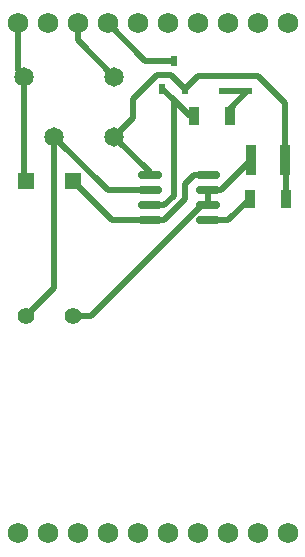
<source format=gbr>
%TF.GenerationSoftware,KiCad,Pcbnew,8.0.8*%
%TF.CreationDate,2025-03-19T16:23:09-04:00*%
%TF.ProjectId,RTDS Control Module V3.0,52544453-2043-46f6-9e74-726f6c204d6f,rev?*%
%TF.SameCoordinates,Original*%
%TF.FileFunction,Copper,L1,Top*%
%TF.FilePolarity,Positive*%
%FSLAX46Y46*%
G04 Gerber Fmt 4.6, Leading zero omitted, Abs format (unit mm)*
G04 Created by KiCad (PCBNEW 8.0.8) date 2025-03-19 16:23:09*
%MOMM*%
%LPD*%
G01*
G04 APERTURE LIST*
G04 Aperture macros list*
%AMRoundRect*
0 Rectangle with rounded corners*
0 $1 Rounding radius*
0 $2 $3 $4 $5 $6 $7 $8 $9 X,Y pos of 4 corners*
0 Add a 4 corners polygon primitive as box body*
4,1,4,$2,$3,$4,$5,$6,$7,$8,$9,$2,$3,0*
0 Add four circle primitives for the rounded corners*
1,1,$1+$1,$2,$3*
1,1,$1+$1,$4,$5*
1,1,$1+$1,$6,$7*
1,1,$1+$1,$8,$9*
0 Add four rect primitives between the rounded corners*
20,1,$1+$1,$2,$3,$4,$5,0*
20,1,$1+$1,$4,$5,$6,$7,0*
20,1,$1+$1,$6,$7,$8,$9,0*
20,1,$1+$1,$8,$9,$2,$3,0*%
G04 Aperture macros list end*
%TA.AperFunction,SMDPad,CuDef*%
%ADD10R,0.889000X0.609600*%
%TD*%
%TA.AperFunction,SMDPad,CuDef*%
%ADD11R,0.558800X0.863600*%
%TD*%
%TA.AperFunction,SMDPad,CuDef*%
%ADD12R,0.863600X1.600200*%
%TD*%
%TA.AperFunction,ComponentPad*%
%ADD13R,1.397000X1.397000*%
%TD*%
%TA.AperFunction,ComponentPad*%
%ADD14C,1.397000*%
%TD*%
%TA.AperFunction,ComponentPad*%
%ADD15C,1.650000*%
%TD*%
%TA.AperFunction,ComponentPad*%
%ADD16C,1.750000*%
%TD*%
%TA.AperFunction,SMDPad,CuDef*%
%ADD17R,0.955600X2.500000*%
%TD*%
%TA.AperFunction,SMDPad,CuDef*%
%ADD18RoundRect,0.150000X-0.825000X-0.150000X0.825000X-0.150000X0.825000X0.150000X-0.825000X0.150000X0*%
%TD*%
%TA.AperFunction,SMDPad,CuDef*%
%ADD19R,0.855600X1.600000*%
%TD*%
%TA.AperFunction,Conductor*%
%ADD20C,0.500000*%
%TD*%
G04 APERTURE END LIST*
D10*
%TO.P,R4,1*%
%TO.N,Net-(D1-K)*%
X68250000Y-31147700D03*
%TO.P,R4,2*%
%TO.N,Net-(U1-GND)*%
X68250000Y-29852300D03*
%TD*%
D11*
%TO.P,U2,1,G*%
%TO.N,Net-(D1-A)*%
X63047500Y-30943800D03*
%TO.P,U2,2,S*%
%TO.N,Net-(U1-GND)*%
X64952500Y-30943800D03*
%TO.P,U2,3,D*%
%TO.N,Net-(U2-D)*%
X64000000Y-28556200D03*
%TD*%
D12*
%TO.P,D1,1,K*%
%TO.N,Net-(D1-K)*%
X68774000Y-33250000D03*
%TO.P,D1,2,A*%
%TO.N,Net-(D1-A)*%
X65726000Y-33250000D03*
%TD*%
D13*
%TO.P,R2,1*%
%TO.N,Net-(U1-R)*%
X55500000Y-38750000D03*
D14*
%TO.P,R2,2*%
%TO.N,Net-(U1-DIS)*%
X55500000Y-50180000D03*
%TD*%
D15*
%TO.P,K1,2*%
%TO.N,Net-(U1-TR)*%
X53890000Y-34980000D03*
%TO.P,K1,4*%
%TO.N,Net-(U1-GND)*%
X58970000Y-34980000D03*
%TO.P,K1,5*%
%TO.N,Net-(J1-Pad3)*%
X58970000Y-29900000D03*
%TO.P,K1,8*%
%TO.N,Net-(U1-R)*%
X51350000Y-29900000D03*
%TD*%
D16*
%TO.P,J2,1,1*%
%TO.N,N/C*%
X50800000Y-68580000D03*
%TO.P,J2,2,2*%
X53340000Y-68580000D03*
%TO.P,J2,3,3*%
X55880000Y-68580000D03*
%TO.P,J2,4,4*%
X58420000Y-68580000D03*
%TO.P,J2,5,5*%
X60960000Y-68580000D03*
%TO.P,J2,6,6*%
X63500000Y-68580000D03*
%TO.P,J2,7,7*%
X66040000Y-68580000D03*
%TO.P,J2,8,8*%
X68580000Y-68580000D03*
%TO.P,J2,9,9*%
X71120000Y-68580000D03*
%TO.P,J2,10,10*%
X73660000Y-68580000D03*
%TD*%
D17*
%TO.P,C1,1*%
%TO.N,Net-(U1-DIS)*%
X70522199Y-37000000D03*
%TO.P,C1,2*%
%TO.N,Net-(U1-GND)*%
X73477801Y-37000000D03*
%TD*%
D13*
%TO.P,R1,1*%
%TO.N,Net-(U1-R)*%
X51500000Y-38785000D03*
D14*
%TO.P,R1,2*%
%TO.N,Net-(U1-TR)*%
X51500000Y-50215000D03*
%TD*%
D18*
%TO.P,U1,1,GND*%
%TO.N,Net-(U1-GND)*%
X62000000Y-38250000D03*
%TO.P,U1,2,TR*%
%TO.N,Net-(U1-TR)*%
X62000000Y-39520000D03*
%TO.P,U1,3,Q*%
%TO.N,Net-(D1-A)*%
X62000000Y-40790000D03*
%TO.P,U1,4,R*%
%TO.N,Net-(U1-R)*%
X62000000Y-42060000D03*
%TO.P,U1,5,CV*%
%TO.N,Net-(U1-CV)*%
X66950000Y-42060000D03*
%TO.P,U1,6,THR*%
%TO.N,Net-(U1-DIS)*%
X66950000Y-40790000D03*
%TO.P,U1,7,DIS*%
X66950000Y-39520000D03*
%TO.P,U1,8,VCC*%
%TO.N,Net-(U1-R)*%
X66950000Y-38250000D03*
%TD*%
D19*
%TO.P,C2,1*%
%TO.N,Net-(U1-CV)*%
X70444398Y-40250000D03*
%TO.P,C2,2*%
%TO.N,Net-(U1-GND)*%
X73500000Y-40250000D03*
%TD*%
D10*
%TO.P,R3,1*%
%TO.N,Net-(D1-K)*%
X70250000Y-31147700D03*
%TO.P,R3,2*%
%TO.N,Net-(U1-GND)*%
X70250000Y-29852300D03*
%TD*%
D16*
%TO.P,J1,1,1*%
%TO.N,Net-(U1-R)*%
X50800000Y-25400000D03*
%TO.P,J1,2,2*%
%TO.N,Net-(U1-GND)*%
X53340000Y-25400000D03*
%TO.P,J1,3,3*%
%TO.N,Net-(J1-Pad3)*%
X55880000Y-25400000D03*
%TO.P,J1,4,4*%
%TO.N,Net-(U2-D)*%
X58420000Y-25400000D03*
%TO.P,J1,5,5*%
%TO.N,unconnected-(J1-Pad5)*%
X60960000Y-25400000D03*
%TO.P,J1,6,6*%
%TO.N,unconnected-(J1-Pad6)*%
X63500000Y-25400000D03*
%TO.P,J1,7,7*%
%TO.N,unconnected-(J1-Pad7)*%
X66040000Y-25400000D03*
%TO.P,J1,8,8*%
%TO.N,unconnected-(J1-Pad8)*%
X68580000Y-25400000D03*
%TO.P,J1,9,9*%
%TO.N,unconnected-(J1-Pad9)*%
X71120000Y-25400000D03*
%TO.P,J1,10,10*%
%TO.N,unconnected-(J1-Pad10)*%
X73660000Y-25400000D03*
%TD*%
D20*
%TO.N,Net-(U1-TR)*%
X51500000Y-50215000D02*
X53890000Y-47825000D01*
X62000000Y-39520000D02*
X58430000Y-39520000D01*
X53890000Y-47825000D02*
X53890000Y-34980000D01*
X58430000Y-39520000D02*
X53890000Y-34980000D01*
%TO.N,Net-(U1-GND)*%
X64952500Y-30943800D02*
X66044000Y-29852300D01*
X73500000Y-40250000D02*
X73500000Y-37022199D01*
X66044000Y-29852300D02*
X68250000Y-29852300D01*
X73477801Y-32135601D02*
X71194500Y-29852300D01*
X62000000Y-38250000D02*
X62000000Y-38010000D01*
X73500000Y-37022199D02*
X73477801Y-37000000D01*
X63758700Y-29750000D02*
X62630100Y-29750000D01*
X58970000Y-34980000D02*
X60539900Y-33410100D01*
X62630100Y-29750000D02*
X60539900Y-31840200D01*
X62000000Y-38010000D02*
X58970000Y-34980000D01*
X73477801Y-37000000D02*
X73477801Y-32135601D01*
X64952500Y-30943800D02*
X63758700Y-29750000D01*
X71194500Y-29852300D02*
X70250000Y-29852300D01*
X60539900Y-31840200D02*
X60539900Y-33410100D01*
X70250000Y-29852300D02*
X68250000Y-29852300D01*
%TO.N,Net-(U1-DIS)*%
X57002316Y-50180000D02*
X66392316Y-40790000D01*
X66950000Y-40790000D02*
X66950000Y-39520000D01*
X55500000Y-50180000D02*
X57002316Y-50180000D01*
X66392316Y-40790000D02*
X66950000Y-40790000D01*
X68002199Y-39520000D02*
X70522199Y-37000000D01*
X66950000Y-39520000D02*
X68002199Y-39520000D01*
%TO.N,Net-(D1-K)*%
X70250000Y-31147700D02*
X68250000Y-31147700D01*
X68774000Y-32623700D02*
X70250000Y-31147700D01*
X68774000Y-33250000D02*
X68774000Y-32623700D01*
%TO.N,Net-(D1-A)*%
X65726000Y-33250000D02*
X65353700Y-33250000D01*
X64000000Y-40000000D02*
X63210000Y-40790000D01*
X63210000Y-40790000D02*
X62000000Y-40790000D01*
X64000000Y-31896300D02*
X63047500Y-30943800D01*
X65353700Y-33250000D02*
X64000000Y-31896300D01*
X64000000Y-40000000D02*
X64000000Y-31896300D01*
%TO.N,Net-(J1-Pad3)*%
X55880000Y-25400000D02*
X55880000Y-26810000D01*
X55880000Y-26810000D02*
X58970000Y-29900000D01*
%TO.N,Net-(U2-D)*%
X58420000Y-25400000D02*
X61576200Y-28556200D01*
X61576200Y-28556200D02*
X64000000Y-28556200D01*
%TO.N,Net-(U1-CV)*%
X66950000Y-42060000D02*
X68634398Y-42060000D01*
X68634398Y-42060000D02*
X70444398Y-40250000D01*
%TO.N,Net-(U1-R)*%
X51350000Y-29900000D02*
X51350000Y-38635000D01*
X63190000Y-42060000D02*
X65000000Y-40250000D01*
X50800000Y-29350000D02*
X51350000Y-29900000D01*
X51535000Y-38750000D02*
X51500000Y-38785000D01*
X55500000Y-38750000D02*
X58810000Y-42060000D01*
X58810000Y-42060000D02*
X62000000Y-42060000D01*
X51350000Y-38635000D02*
X51500000Y-38785000D01*
X65750000Y-38250000D02*
X66950000Y-38250000D01*
X65000000Y-39000000D02*
X65750000Y-38250000D01*
X62000000Y-42060000D02*
X63190000Y-42060000D01*
X50800000Y-25400000D02*
X50800000Y-29350000D01*
X65000000Y-40250000D02*
X65000000Y-39000000D01*
%TD*%
M02*

</source>
